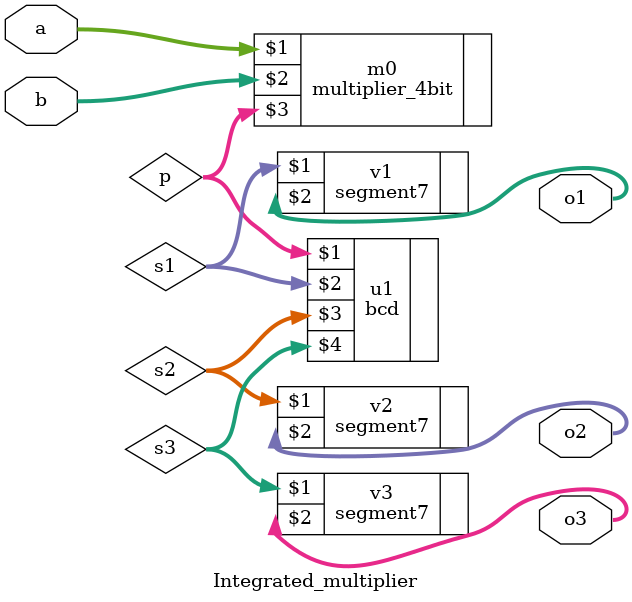
<source format=v>
module Integrated_multiplier(a,b,o1,o2,o3);
input [3:0]a,b;
output wire [6:0] o1,o2,o3;
wire [7:0]p;
wire [3:0] s1,s2,s3;
multiplier_4bit m0(a,b,p);
bcd u1(p,s1,s2,s3);
segment7 v1(s1,o1);
segment7 v2(s2,o2);
segment7 v3(s3,o3);
endmodule 
</source>
